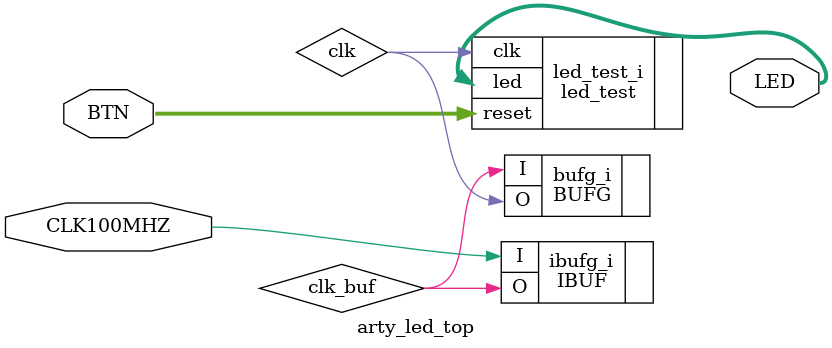
<source format=v>
module arty_led_top (
    input           CLK100MHZ,
    input  [3:0]    BTN,
    output [3:0]    LED
);

wire clk, clk_buf;

IBUF ibufg_i (.I(CLK100MHZ), .O(clk_buf));
BUFG bufg_i (.I(clk_buf), .O(clk));

wire reset = |BTN;
led_test led_test_i (.clk(clk), .reset(BTN), .led(LED));

endmodule

</source>
